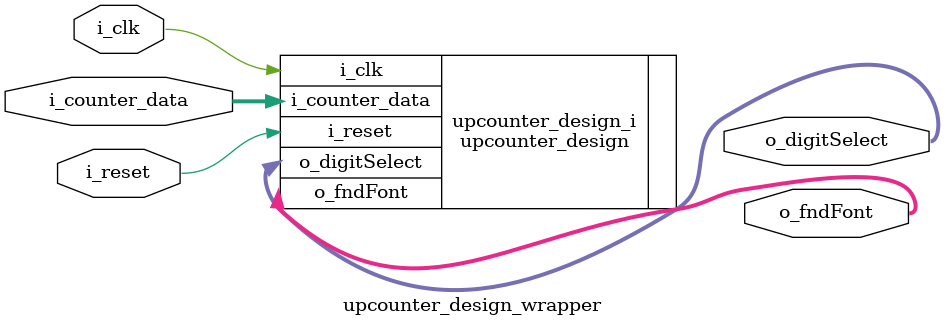
<source format=v>
`timescale 1 ps / 1 ps

module upcounter_design_wrapper
   (i_clk,
    i_counter_data,
    i_reset,
    o_digitSelect,
    o_fndFont);
  input i_clk;
  input [13:0]i_counter_data;
  input i_reset;
  output [3:0]o_digitSelect;
  output [7:0]o_fndFont;

  wire i_clk;
  wire [13:0]i_counter_data;
  wire i_reset;
  wire [3:0]o_digitSelect;
  wire [7:0]o_fndFont;

  upcounter_design upcounter_design_i
       (.i_clk(i_clk),
        .i_counter_data(i_counter_data),
        .i_reset(i_reset),
        .o_digitSelect(o_digitSelect),
        .o_fndFont(o_fndFont));
endmodule

</source>
